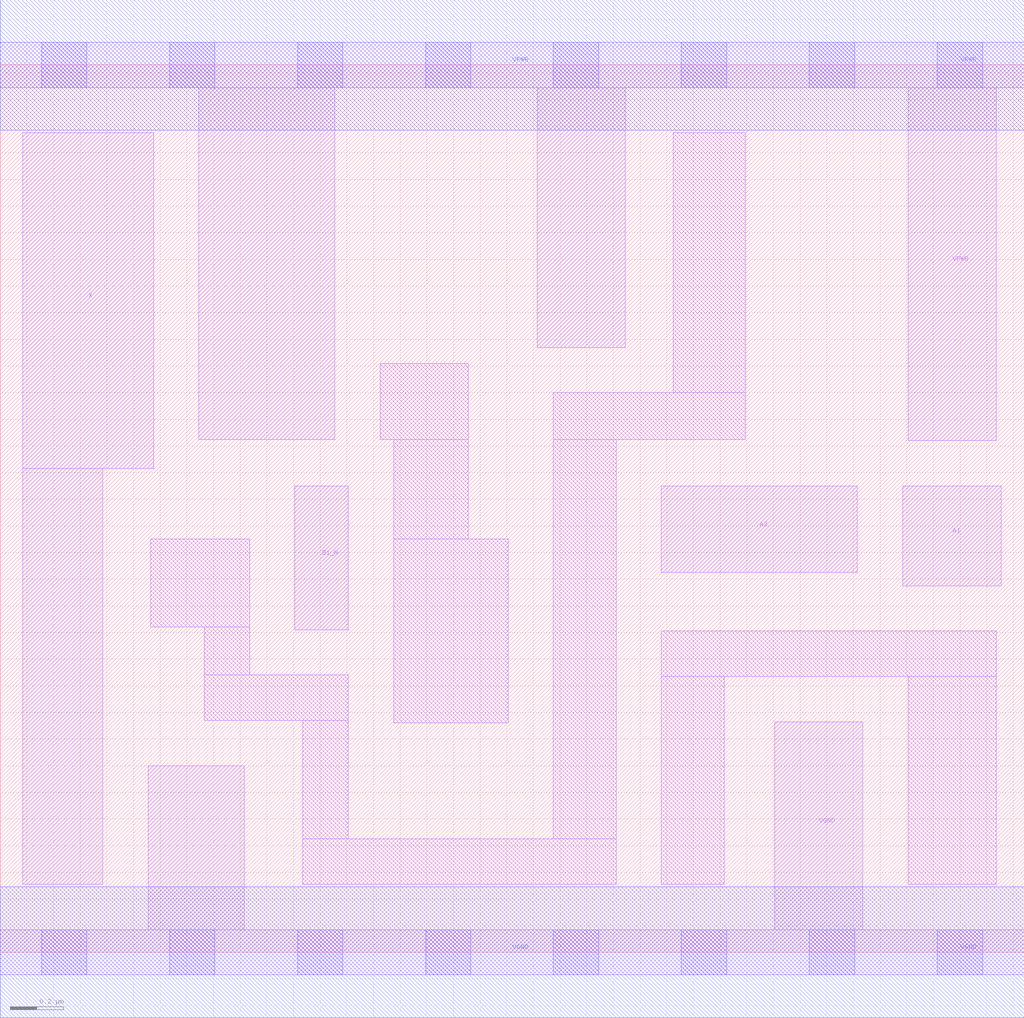
<source format=lef>
# Copyright 2020 The SkyWater PDK Authors
#
# Licensed under the Apache License, Version 2.0 (the "License");
# you may not use this file except in compliance with the License.
# You may obtain a copy of the License at
#
#     https://www.apache.org/licenses/LICENSE-2.0
#
# Unless required by applicable law or agreed to in writing, software
# distributed under the License is distributed on an "AS IS" BASIS,
# WITHOUT WARRANTIES OR CONDITIONS OF ANY KIND, either express or implied.
# See the License for the specific language governing permissions and
# limitations under the License.
#
# SPDX-License-Identifier: Apache-2.0

VERSION 5.7 ;
  NAMESCASESENSITIVE ON ;
  NOWIREEXTENSIONATPIN ON ;
  DIVIDERCHAR "/" ;
  BUSBITCHARS "[]" ;
UNITS
  DATABASE MICRONS 200 ;
END UNITS
MACRO sky130_fd_sc_lp__o21ba_1
  CLASS CORE ;
  SOURCE USER ;
  FOREIGN sky130_fd_sc_lp__o21ba_1 ;
  ORIGIN  0.000000  0.000000 ;
  SIZE  3.840000 BY  3.330000 ;
  SYMMETRY X Y R90 ;
  SITE unit ;
  PIN A1
    ANTENNAGATEAREA  0.315000 ;
    DIRECTION INPUT ;
    USE SIGNAL ;
    PORT
      LAYER li1 ;
        RECT 3.385000 1.375000 3.755000 1.750000 ;
    END
  END A1
  PIN A2
    ANTENNAGATEAREA  0.315000 ;
    DIRECTION INPUT ;
    USE SIGNAL ;
    PORT
      LAYER li1 ;
        RECT 2.480000 1.425000 3.215000 1.750000 ;
    END
  END A2
  PIN B1_N
    ANTENNAGATEAREA  0.126000 ;
    DIRECTION INPUT ;
    USE SIGNAL ;
    PORT
      LAYER li1 ;
        RECT 1.105000 1.210000 1.305000 1.750000 ;
    END
  END B1_N
  PIN X
    ANTENNADIFFAREA  0.573300 ;
    DIRECTION OUTPUT ;
    USE SIGNAL ;
    PORT
      LAYER li1 ;
        RECT 0.085000 0.255000 0.385000 1.815000 ;
        RECT 0.085000 1.815000 0.575000 3.075000 ;
    END
  END X
  PIN VGND
    DIRECTION INOUT ;
    USE GROUND ;
    PORT
      LAYER li1 ;
        RECT 0.000000 -0.085000 3.840000 0.085000 ;
        RECT 0.555000  0.085000 0.915000 0.700000 ;
        RECT 2.905000  0.085000 3.235000 0.865000 ;
      LAYER mcon ;
        RECT 0.155000 -0.085000 0.325000 0.085000 ;
        RECT 0.635000 -0.085000 0.805000 0.085000 ;
        RECT 1.115000 -0.085000 1.285000 0.085000 ;
        RECT 1.595000 -0.085000 1.765000 0.085000 ;
        RECT 2.075000 -0.085000 2.245000 0.085000 ;
        RECT 2.555000 -0.085000 2.725000 0.085000 ;
        RECT 3.035000 -0.085000 3.205000 0.085000 ;
        RECT 3.515000 -0.085000 3.685000 0.085000 ;
      LAYER met1 ;
        RECT 0.000000 -0.245000 3.840000 0.245000 ;
    END
  END VGND
  PIN VPWR
    DIRECTION INOUT ;
    USE POWER ;
    PORT
      LAYER li1 ;
        RECT 0.000000 3.245000 3.840000 3.415000 ;
        RECT 0.745000 1.925000 1.255000 3.245000 ;
        RECT 2.015000 2.270000 2.345000 3.245000 ;
        RECT 3.405000 1.920000 3.735000 3.245000 ;
      LAYER mcon ;
        RECT 0.155000 3.245000 0.325000 3.415000 ;
        RECT 0.635000 3.245000 0.805000 3.415000 ;
        RECT 1.115000 3.245000 1.285000 3.415000 ;
        RECT 1.595000 3.245000 1.765000 3.415000 ;
        RECT 2.075000 3.245000 2.245000 3.415000 ;
        RECT 2.555000 3.245000 2.725000 3.415000 ;
        RECT 3.035000 3.245000 3.205000 3.415000 ;
        RECT 3.515000 3.245000 3.685000 3.415000 ;
      LAYER met1 ;
        RECT 0.000000 3.085000 3.840000 3.575000 ;
    END
  END VPWR
  OBS
    LAYER li1 ;
      RECT 0.565000 1.220000 0.935000 1.550000 ;
      RECT 0.765000 0.870000 1.305000 1.040000 ;
      RECT 0.765000 1.040000 0.935000 1.220000 ;
      RECT 1.135000 0.255000 2.310000 0.425000 ;
      RECT 1.135000 0.425000 1.305000 0.870000 ;
      RECT 1.425000 1.925000 1.755000 2.210000 ;
      RECT 1.475000 0.860000 1.905000 1.550000 ;
      RECT 1.475000 1.550000 1.755000 1.925000 ;
      RECT 2.075000 0.425000 2.310000 1.925000 ;
      RECT 2.075000 1.925000 2.795000 2.100000 ;
      RECT 2.480000 0.255000 2.715000 1.035000 ;
      RECT 2.480000 1.035000 3.735000 1.205000 ;
      RECT 2.525000 2.100000 2.795000 3.075000 ;
      RECT 3.405000 0.255000 3.735000 1.035000 ;
  END
END sky130_fd_sc_lp__o21ba_1

</source>
